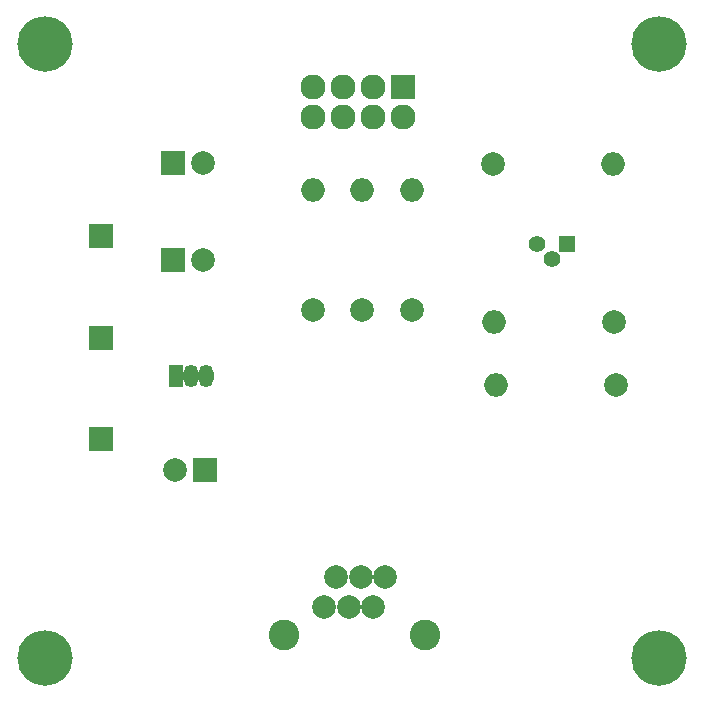
<source format=gbr>
G04 #@! TF.FileFunction,Soldermask,Top*
%FSLAX46Y46*%
G04 Gerber Fmt 4.6, Leading zero omitted, Abs format (unit mm)*
G04 Created by KiCad (PCBNEW 4.0.7) date 12/15/18 01:51:04*
%MOMM*%
%LPD*%
G01*
G04 APERTURE LIST*
%ADD10C,0.100000*%
%ADD11C,4.700000*%
%ADD12R,2.000000X2.000000*%
%ADD13C,2.000000*%
%ADD14C,2.600000*%
%ADD15R,2.100000X2.100000*%
%ADD16C,1.400000*%
%ADD17R,1.400000X1.400000*%
%ADD18O,1.300000X1.900000*%
%ADD19R,1.300000X1.900000*%
%ADD20R,2.127200X2.127200*%
%ADD21O,2.127200X2.127200*%
%ADD22O,2.000000X2.000000*%
G04 APERTURE END LIST*
D10*
D11*
X104000000Y-156000000D03*
X156000000Y-156000000D03*
X156000000Y-104000000D03*
D12*
X117576600Y-140030200D03*
D13*
X115076600Y-140030200D03*
D12*
X114884200Y-122275600D03*
D13*
X117384200Y-122275600D03*
D12*
X114884200Y-114046000D03*
D13*
X117384200Y-114046000D03*
D14*
X124251200Y-153974800D03*
D13*
X132801200Y-149134800D03*
X131781200Y-151674800D03*
X130761200Y-149134800D03*
X129741200Y-151674800D03*
X128721200Y-149134800D03*
X127701200Y-151674800D03*
D14*
X136251200Y-153974800D03*
D15*
X108813600Y-128905000D03*
X108813600Y-137388600D03*
X108813600Y-120218200D03*
D16*
X146939000Y-122174000D03*
X145669000Y-120904000D03*
D17*
X148209000Y-120904000D03*
D18*
X116382800Y-132105400D03*
X117652800Y-132105400D03*
D19*
X115112800Y-132105400D03*
D20*
X134315200Y-107619800D03*
D21*
X134315200Y-110159800D03*
X131775200Y-107619800D03*
X131775200Y-110159800D03*
X129235200Y-107619800D03*
X129235200Y-110159800D03*
X126695200Y-107619800D03*
X126695200Y-110159800D03*
D13*
X135102600Y-126492000D03*
D22*
X135102600Y-116332000D03*
D13*
X130911600Y-126492000D03*
D22*
X130911600Y-116332000D03*
D13*
X126695200Y-126517400D03*
D22*
X126695200Y-116357400D03*
D13*
X152196800Y-127482600D03*
D22*
X142036800Y-127482600D03*
D13*
X152374600Y-132816600D03*
D22*
X142214600Y-132816600D03*
D13*
X141986000Y-114147600D03*
D22*
X152146000Y-114147600D03*
D11*
X104000000Y-104000000D03*
M02*

</source>
